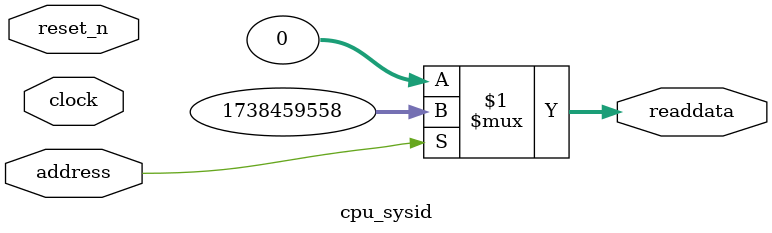
<source format=v>



// synthesis translate_off
`timescale 1ns / 1ps
// synthesis translate_on

// turn off superfluous verilog processor warnings 
// altera message_level Level1 
// altera message_off 10034 10035 10036 10037 10230 10240 10030 

module cpu_sysid (
               // inputs:
                address,
                clock,
                reset_n,

               // outputs:
                readdata
             )
;

  output  [ 31: 0] readdata;
  input            address;
  input            clock;
  input            reset_n;

  wire    [ 31: 0] readdata;
  //control_slave, which is an e_avalon_slave
  assign readdata = address ? 1738459558 : 0;

endmodule



</source>
